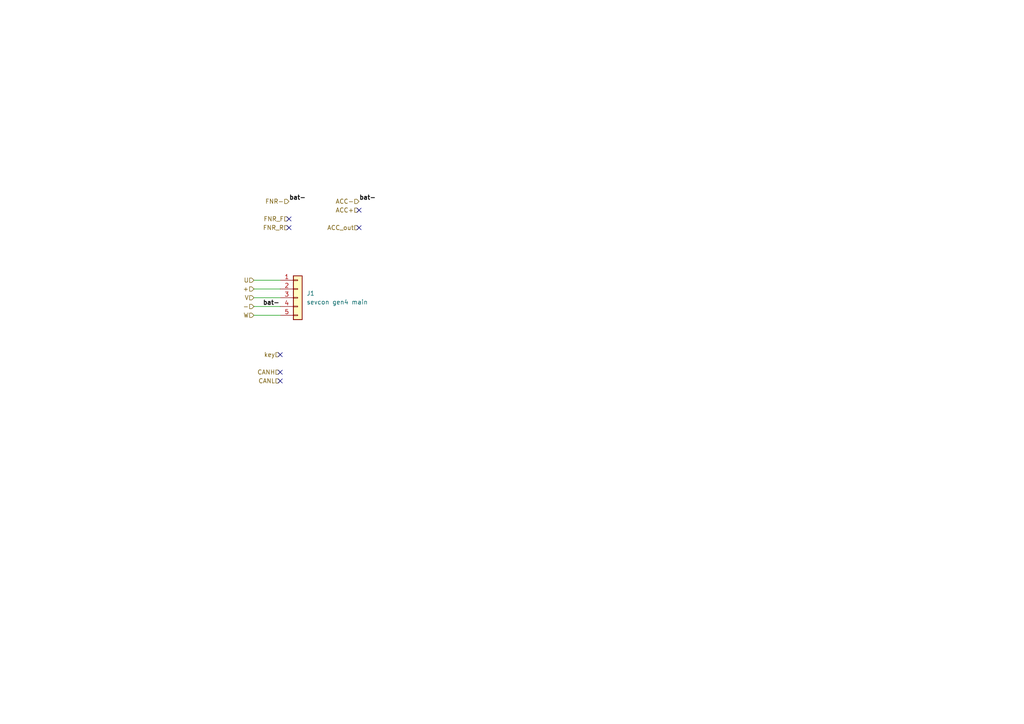
<source format=kicad_sch>
(kicad_sch (version 20250114) (generator "eeschema") (generator_version "9.0")
  (paper "A4")
  (lib_symbols
    (symbol "Connector_Generic:Conn_01x05" (pin_names (offset 1.016) (hide yes))
      (property "Reference" "J" (at 0 7.62 0))
      (property "Value" "Conn_01x05" (at 0 -7.62 0))
      (symbol "Conn_01x05_1_1"
        (rectangle (start -1.27 6.35) (end 1.27 -6.35) (stroke (width 0.254)) (fill (type background)))
        (rectangle (start -1.27 5.207) (end 0 4.953) (stroke (width 0.1524)))
        (rectangle (start -1.27 2.667) (end 0 2.413) (stroke (width 0.1524)))
        (rectangle (start -1.27 0.127) (end 0 -0.127) (stroke (width 0.1524)))
        (rectangle (start -1.27 -2.413) (end 0 -2.667) (stroke (width 0.1524)))
        (rectangle (start -1.27 -4.953) (end 0 -5.207) (stroke (width 0.1524)))
        (pin passive line (at -5.08 5.08 0) (length 3.81) (name "Pin_1") (number "1"))
        (pin passive line (at -5.08 2.54 0) (length 3.81) (name "Pin_2") (number "2"))
        (pin passive line (at -5.08 0 0) (length 3.81) (name "Pin_3") (number "3"))
        (pin passive line (at -5.08 -2.54 0) (length 3.81) (name "Pin_4") (number "4"))
        (pin passive line (at -5.08 -5.08 0) (length 3.81) (name "Pin_5") (number "5"))
      )
    )
  )
  (no_connect (at 104.14 66.04))
  (no_connect (at 81.28 110.49))
  (no_connect (at 104.14 60.96))
  (no_connect (at 81.28 102.87))
  (no_connect (at 83.82 66.04))
  (no_connect (at 83.82 63.5))
  (no_connect (at 81.28 107.95))
  (wire (pts (xy 73.66 86.36) (xy 81.28 86.36)))
  (wire (pts (xy 73.66 91.44) (xy 81.28 91.44)))
  (wire (pts (xy 73.66 88.9) (xy 81.28 88.9)))
  (wire (pts (xy 73.66 81.28) (xy 81.28 81.28)))
  (wire (pts (xy 73.66 83.82) (xy 81.28 83.82)))
  (label "bat-" (at 104.14 58.42 0) (effects (font (thickness 0.254) (bold yes))))
  (label "bat-" (at 76.2 88.9 0) (effects (font (thickness 0.254) (bold yes))))
  (label "bat-" (at 83.82 58.42 0) (effects (font (thickness 0.254) (bold yes))))
  (hierarchical_label "ACC_out" (shape input) (at 104.14 66.04 180))
  (hierarchical_label "+" (shape input) (at 73.66 83.82 180))
  (hierarchical_label "key" (shape input) (at 81.28 102.87 180))
  (hierarchical_label "U" (shape input) (at 73.66 81.28 180))
  (hierarchical_label "ACC-" (shape input) (at 104.14 58.42 180))
  (hierarchical_label "-" (shape input) (at 73.66 88.9 180))
  (hierarchical_label "CANL" (shape input) (at 81.28 110.49 180))
  (hierarchical_label "W" (shape input) (at 73.66 91.44 180))
  (hierarchical_label "FNR_R" (shape input) (at 83.82 66.04 180))
  (hierarchical_label "FNR-" (shape input) (at 83.82 58.42 180))
  (hierarchical_label "CANH" (shape input) (at 81.28 107.95 180))
  (hierarchical_label "ACC+" (shape input) (at 104.14 60.96 180))
  (hierarchical_label "FNR_F" (shape input) (at 83.82 63.5 180))
  (hierarchical_label "V" (shape input) (at 73.66 86.36 180))
  (symbol (lib_id "Connector_Generic:Conn_01x05") (at 86.36 86.36 0) (unit 1)
    (property "Reference" "J1" (at 88.9 85.0899 0) (effects (justify left)))
    (property "Value" "sevcon gen4 main" (at 88.9 87.6299 0) (effects (justify left)))
    (property "Description" "Generic connector, single row, 01x05, script generated (kicad-library-utils/schlib/autogen/connector/)" (effects (hide yes)))
  )
)
</source>
